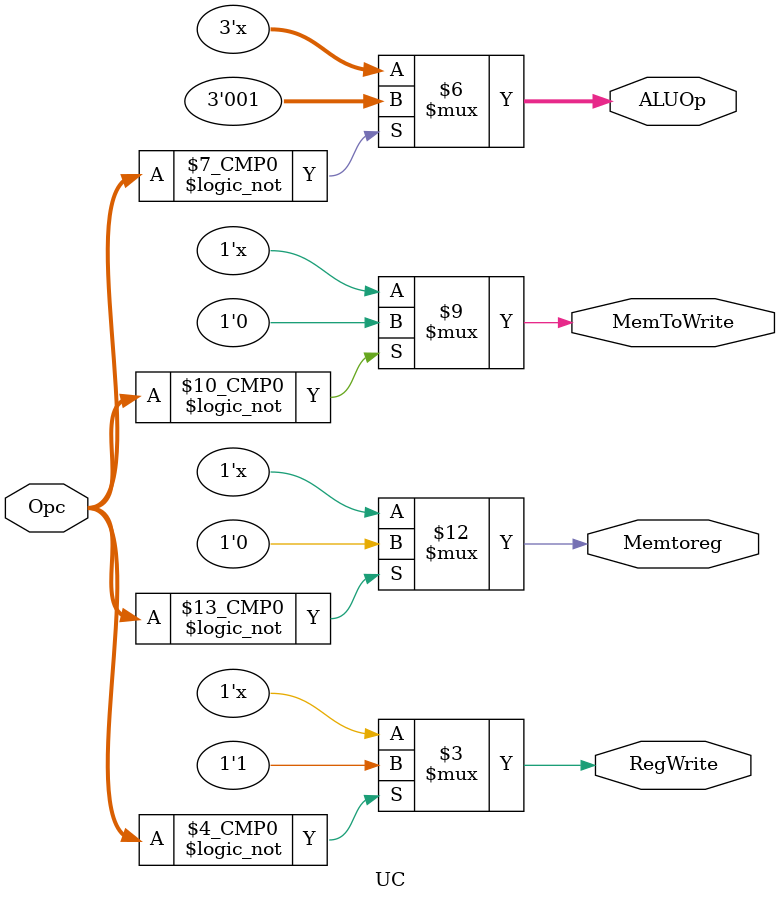
<source format=v>
`timescale 1ns/1ns
module UC(
    input [5:0]Opc,
    output reg Memtoreg,
    output reg RegWrite,
    output reg MemToWrite,
    output reg[2:0]ALUOp
);
always @* 
begin
    case (Opc)
    6'b000000:
    begin
      Memtoreg <= 1'b0;
      MemToWrite <= 1'b0;
      ALUOp <= 3'b001;
      RegWrite <= 1'b1;
    end
    default 
    begin
      Memtoreg <= 1'bx;
      MemToWrite <= 1'bx;
      ALUOp <= 3'bx;
      RegWrite <= 1'bx;
    end
    endcase
end
endmodule

</source>
